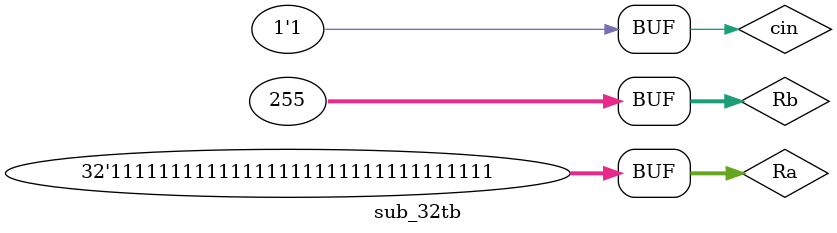
<source format=v>
`timescale 1ns/ 10ps

module sub_32tb;
    //input
    reg [31:0] Ra;
    reg [31:0] Rb;
    wire cin;

    //output
    wire [31:0] sum;
    wire cout;

    sub_32bit add_instance(Ra, Rb, cin, sum, cout);
	 
	 initial begin

    Ra = 32'h0000_0009;
    Rb = 32'h0000_0001;
    cin = 0;

    //sum == 32'h0000_0008
    //cout = 0
    
    #10;

    Ra = 32'hffff_ffff;
    Rb = 32'h0000_00ff;
    cin = 1;

    //sum = 32'hffff_fffe
    //cout = 1
    
	 end 


endmodule
</source>
